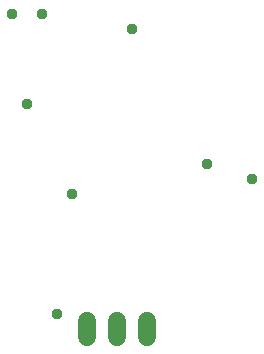
<source format=gbr>
G04 EAGLE Gerber RS-274X export*
G75*
%MOMM*%
%FSLAX34Y34*%
%LPD*%
%INSoldermask Bottom*%
%IPPOS*%
%AMOC8*
5,1,8,0,0,1.08239X$1,22.5*%
G01*
%ADD10C,1.524000*%
%ADD11C,0.959600*%


D10*
X88900Y44196D02*
X88900Y57404D01*
X139700Y57404D02*
X139700Y44196D01*
X114300Y44196D02*
X114300Y57404D01*
D11*
X127000Y304800D03*
X38100Y241300D03*
X190500Y190500D03*
X76200Y165100D03*
X25400Y317500D03*
X50800Y317500D03*
X228600Y177800D03*
X63500Y63500D03*
M02*

</source>
